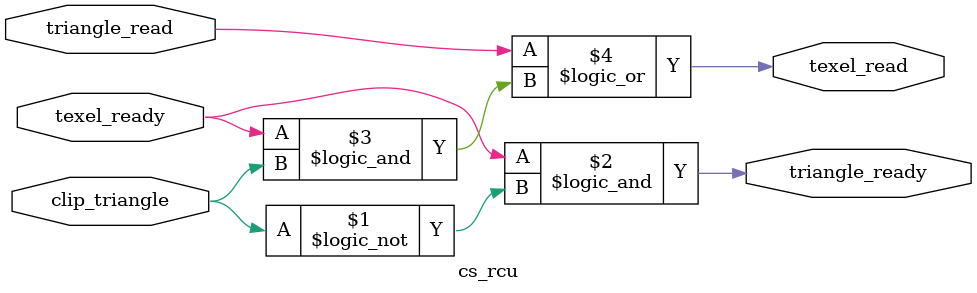
<source format=sv>

`include "defines_package.vh"

module cs_rcu
  (
   input logic 	clip_triangle,
   input logic 	texel_ready,
   input logic 	triangle_read,
   output logic triangle_ready,
   output logic texel_read
   );

   assign triangle_ready = texel_ready && !clip_triangle;
   assign texel_read = triangle_read || (texel_ready && clip_triangle);
   
endmodule // cs_rcu


</source>
